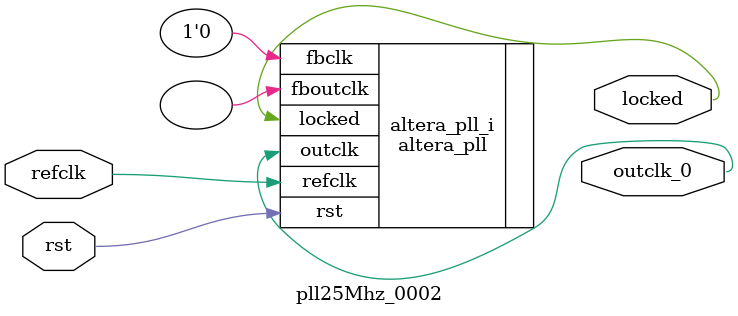
<source format=v>
`timescale 1ns/10ps
module  pll25Mhz_0002(

	// interface 'refclk'
	input wire refclk,

	// interface 'reset'
	input wire rst,

	// interface 'outclk0'
	output wire outclk_0,

	// interface 'locked'
	output wire locked
);

	altera_pll #(
		.fractional_vco_multiplier("false"),
		.reference_clock_frequency("50.0 MHz"),
		.operation_mode("direct"),
		.number_of_clocks(1),
		.output_clock_frequency0("25.000000 MHz"),
		.phase_shift0("0 ps"),
		.duty_cycle0(50),
		.output_clock_frequency1("0 MHz"),
		.phase_shift1("0 ps"),
		.duty_cycle1(50),
		.output_clock_frequency2("0 MHz"),
		.phase_shift2("0 ps"),
		.duty_cycle2(50),
		.output_clock_frequency3("0 MHz"),
		.phase_shift3("0 ps"),
		.duty_cycle3(50),
		.output_clock_frequency4("0 MHz"),
		.phase_shift4("0 ps"),
		.duty_cycle4(50),
		.output_clock_frequency5("0 MHz"),
		.phase_shift5("0 ps"),
		.duty_cycle5(50),
		.output_clock_frequency6("0 MHz"),
		.phase_shift6("0 ps"),
		.duty_cycle6(50),
		.output_clock_frequency7("0 MHz"),
		.phase_shift7("0 ps"),
		.duty_cycle7(50),
		.output_clock_frequency8("0 MHz"),
		.phase_shift8("0 ps"),
		.duty_cycle8(50),
		.output_clock_frequency9("0 MHz"),
		.phase_shift9("0 ps"),
		.duty_cycle9(50),
		.output_clock_frequency10("0 MHz"),
		.phase_shift10("0 ps"),
		.duty_cycle10(50),
		.output_clock_frequency11("0 MHz"),
		.phase_shift11("0 ps"),
		.duty_cycle11(50),
		.output_clock_frequency12("0 MHz"),
		.phase_shift12("0 ps"),
		.duty_cycle12(50),
		.output_clock_frequency13("0 MHz"),
		.phase_shift13("0 ps"),
		.duty_cycle13(50),
		.output_clock_frequency14("0 MHz"),
		.phase_shift14("0 ps"),
		.duty_cycle14(50),
		.output_clock_frequency15("0 MHz"),
		.phase_shift15("0 ps"),
		.duty_cycle15(50),
		.output_clock_frequency16("0 MHz"),
		.phase_shift16("0 ps"),
		.duty_cycle16(50),
		.output_clock_frequency17("0 MHz"),
		.phase_shift17("0 ps"),
		.duty_cycle17(50),
		.pll_type("General"),
		.pll_subtype("General")
	) altera_pll_i (
		.rst	(rst),
		.outclk	({outclk_0}),
		.locked	(locked),
		.fboutclk	( ),
		.fbclk	(1'b0),
		.refclk	(refclk)
	);
endmodule


</source>
